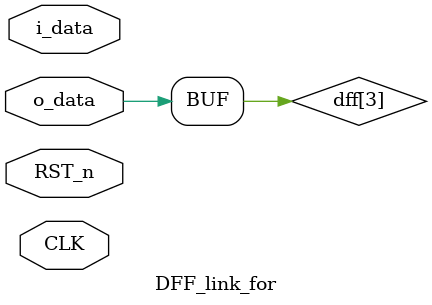
<source format=v>

module DFF_link_for (
    input CLK,
    input RST_n,
    input i_data,
    input o_data
    );
    
    reg dff[3:0];
    integer loop;
    
    assign o_data  = dff[3];
    
    always @(posedge CLK or negedge RST_n) begin
        if (!RST_n) begin
            for (loop  = 0; loop < 4; loop = loop + 1) begin
                dff[loop] <= 1'b0;
            end
        end
        else begin
            dff[0] <= i_data;
            for (loop = 1; loop < 4; loop = loop +1) begin
                dff[loop] = dff[loop - 1];
            end
        end
    end
    
endmodule


</source>
